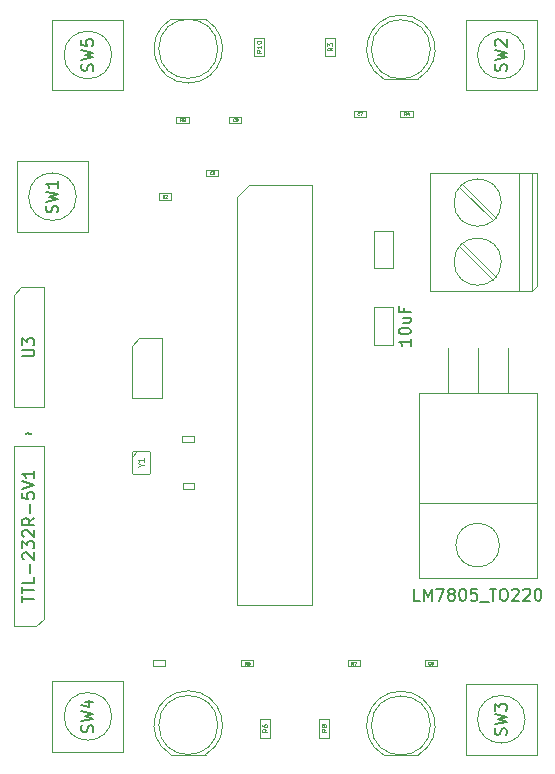
<source format=gbr>
G04 #@! TF.GenerationSoftware,KiCad,Pcbnew,8.0.0*
G04 #@! TF.CreationDate,2024-04-02T15:54:02-06:00*
G04 #@! TF.ProjectId,SimonSaysPCBDesign,53696d6f-6e53-4617-9973-504342446573,1.0*
G04 #@! TF.SameCoordinates,Original*
G04 #@! TF.FileFunction,AssemblyDrawing,Top*
%FSLAX46Y46*%
G04 Gerber Fmt 4.6, Leading zero omitted, Abs format (unit mm)*
G04 Created by KiCad (PCBNEW 8.0.0) date 2024-04-02 15:54:02*
%MOMM*%
%LPD*%
G01*
G04 APERTURE LIST*
%ADD10C,0.060000*%
%ADD11C,0.040000*%
%ADD12C,0.150000*%
%ADD13C,0.075000*%
%ADD14C,0.100000*%
G04 APERTURE END LIST*
D10*
X136681927Y-70391666D02*
X136491451Y-70524999D01*
X136681927Y-70620237D02*
X136281927Y-70620237D01*
X136281927Y-70620237D02*
X136281927Y-70467856D01*
X136281927Y-70467856D02*
X136300975Y-70429761D01*
X136300975Y-70429761D02*
X136320022Y-70410714D01*
X136320022Y-70410714D02*
X136358118Y-70391666D01*
X136358118Y-70391666D02*
X136415260Y-70391666D01*
X136415260Y-70391666D02*
X136453356Y-70410714D01*
X136453356Y-70410714D02*
X136472403Y-70429761D01*
X136472403Y-70429761D02*
X136491451Y-70467856D01*
X136491451Y-70467856D02*
X136491451Y-70620237D01*
X136281927Y-70258333D02*
X136281927Y-70010714D01*
X136281927Y-70010714D02*
X136434308Y-70144047D01*
X136434308Y-70144047D02*
X136434308Y-70086904D01*
X136434308Y-70086904D02*
X136453356Y-70048809D01*
X136453356Y-70048809D02*
X136472403Y-70029761D01*
X136472403Y-70029761D02*
X136510499Y-70010714D01*
X136510499Y-70010714D02*
X136605737Y-70010714D01*
X136605737Y-70010714D02*
X136643832Y-70029761D01*
X136643832Y-70029761D02*
X136662880Y-70048809D01*
X136662880Y-70048809D02*
X136681927Y-70086904D01*
X136681927Y-70086904D02*
X136681927Y-70201190D01*
X136681927Y-70201190D02*
X136662880Y-70239285D01*
X136662880Y-70239285D02*
X136643832Y-70258333D01*
D11*
X129446667Y-122618200D02*
X129360000Y-122494391D01*
X129298095Y-122618200D02*
X129298095Y-122358200D01*
X129298095Y-122358200D02*
X129397143Y-122358200D01*
X129397143Y-122358200D02*
X129421905Y-122370581D01*
X129421905Y-122370581D02*
X129434286Y-122382962D01*
X129434286Y-122382962D02*
X129446667Y-122407724D01*
X129446667Y-122407724D02*
X129446667Y-122444867D01*
X129446667Y-122444867D02*
X129434286Y-122469629D01*
X129434286Y-122469629D02*
X129421905Y-122482010D01*
X129421905Y-122482010D02*
X129397143Y-122494391D01*
X129397143Y-122494391D02*
X129298095Y-122494391D01*
X129681905Y-122358200D02*
X129558095Y-122358200D01*
X129558095Y-122358200D02*
X129545714Y-122482010D01*
X129545714Y-122482010D02*
X129558095Y-122469629D01*
X129558095Y-122469629D02*
X129582857Y-122457248D01*
X129582857Y-122457248D02*
X129644762Y-122457248D01*
X129644762Y-122457248D02*
X129669524Y-122469629D01*
X129669524Y-122469629D02*
X129681905Y-122482010D01*
X129681905Y-122482010D02*
X129694286Y-122506772D01*
X129694286Y-122506772D02*
X129694286Y-122568677D01*
X129694286Y-122568677D02*
X129681905Y-122593439D01*
X129681905Y-122593439D02*
X129669524Y-122605820D01*
X129669524Y-122605820D02*
X129644762Y-122618200D01*
X129644762Y-122618200D02*
X129582857Y-122618200D01*
X129582857Y-122618200D02*
X129558095Y-122605820D01*
X129558095Y-122605820D02*
X129545714Y-122593439D01*
X122466667Y-83118200D02*
X122380000Y-82994391D01*
X122318095Y-83118200D02*
X122318095Y-82858200D01*
X122318095Y-82858200D02*
X122417143Y-82858200D01*
X122417143Y-82858200D02*
X122441905Y-82870581D01*
X122441905Y-82870581D02*
X122454286Y-82882962D01*
X122454286Y-82882962D02*
X122466667Y-82907724D01*
X122466667Y-82907724D02*
X122466667Y-82944867D01*
X122466667Y-82944867D02*
X122454286Y-82969629D01*
X122454286Y-82969629D02*
X122441905Y-82982010D01*
X122441905Y-82982010D02*
X122417143Y-82994391D01*
X122417143Y-82994391D02*
X122318095Y-82994391D01*
X122565714Y-82882962D02*
X122578095Y-82870581D01*
X122578095Y-82870581D02*
X122602857Y-82858200D01*
X122602857Y-82858200D02*
X122664762Y-82858200D01*
X122664762Y-82858200D02*
X122689524Y-82870581D01*
X122689524Y-82870581D02*
X122701905Y-82882962D01*
X122701905Y-82882962D02*
X122714286Y-82907724D01*
X122714286Y-82907724D02*
X122714286Y-82932486D01*
X122714286Y-82932486D02*
X122701905Y-82969629D01*
X122701905Y-82969629D02*
X122553333Y-83118200D01*
X122553333Y-83118200D02*
X122714286Y-83118200D01*
X142946667Y-76118200D02*
X142860000Y-75994391D01*
X142798095Y-76118200D02*
X142798095Y-75858200D01*
X142798095Y-75858200D02*
X142897143Y-75858200D01*
X142897143Y-75858200D02*
X142921905Y-75870581D01*
X142921905Y-75870581D02*
X142934286Y-75882962D01*
X142934286Y-75882962D02*
X142946667Y-75907724D01*
X142946667Y-75907724D02*
X142946667Y-75944867D01*
X142946667Y-75944867D02*
X142934286Y-75969629D01*
X142934286Y-75969629D02*
X142921905Y-75982010D01*
X142921905Y-75982010D02*
X142897143Y-75994391D01*
X142897143Y-75994391D02*
X142798095Y-75994391D01*
X143169524Y-75944867D02*
X143169524Y-76118200D01*
X143107619Y-75845820D02*
X143045714Y-76031534D01*
X143045714Y-76031534D02*
X143206667Y-76031534D01*
X138466667Y-122618200D02*
X138380000Y-122494391D01*
X138318095Y-122618200D02*
X138318095Y-122358200D01*
X138318095Y-122358200D02*
X138417143Y-122358200D01*
X138417143Y-122358200D02*
X138441905Y-122370581D01*
X138441905Y-122370581D02*
X138454286Y-122382962D01*
X138454286Y-122382962D02*
X138466667Y-122407724D01*
X138466667Y-122407724D02*
X138466667Y-122444867D01*
X138466667Y-122444867D02*
X138454286Y-122469629D01*
X138454286Y-122469629D02*
X138441905Y-122482010D01*
X138441905Y-122482010D02*
X138417143Y-122494391D01*
X138417143Y-122494391D02*
X138318095Y-122494391D01*
X138553333Y-122358200D02*
X138726667Y-122358200D01*
X138726667Y-122358200D02*
X138615238Y-122618200D01*
D12*
X116407200Y-72333332D02*
X116454819Y-72190475D01*
X116454819Y-72190475D02*
X116454819Y-71952380D01*
X116454819Y-71952380D02*
X116407200Y-71857142D01*
X116407200Y-71857142D02*
X116359580Y-71809523D01*
X116359580Y-71809523D02*
X116264342Y-71761904D01*
X116264342Y-71761904D02*
X116169104Y-71761904D01*
X116169104Y-71761904D02*
X116073866Y-71809523D01*
X116073866Y-71809523D02*
X116026247Y-71857142D01*
X116026247Y-71857142D02*
X115978628Y-71952380D01*
X115978628Y-71952380D02*
X115931009Y-72142856D01*
X115931009Y-72142856D02*
X115883390Y-72238094D01*
X115883390Y-72238094D02*
X115835771Y-72285713D01*
X115835771Y-72285713D02*
X115740533Y-72333332D01*
X115740533Y-72333332D02*
X115645295Y-72333332D01*
X115645295Y-72333332D02*
X115550057Y-72285713D01*
X115550057Y-72285713D02*
X115502438Y-72238094D01*
X115502438Y-72238094D02*
X115454819Y-72142856D01*
X115454819Y-72142856D02*
X115454819Y-71904761D01*
X115454819Y-71904761D02*
X115502438Y-71761904D01*
X115454819Y-71428570D02*
X116454819Y-71190475D01*
X116454819Y-71190475D02*
X115740533Y-70999999D01*
X115740533Y-70999999D02*
X116454819Y-70809523D01*
X116454819Y-70809523D02*
X115454819Y-70571428D01*
X115454819Y-69714285D02*
X115454819Y-70190475D01*
X115454819Y-70190475D02*
X115931009Y-70238094D01*
X115931009Y-70238094D02*
X115883390Y-70190475D01*
X115883390Y-70190475D02*
X115835771Y-70095237D01*
X115835771Y-70095237D02*
X115835771Y-69857142D01*
X115835771Y-69857142D02*
X115883390Y-69761904D01*
X115883390Y-69761904D02*
X115931009Y-69714285D01*
X115931009Y-69714285D02*
X116026247Y-69666666D01*
X116026247Y-69666666D02*
X116264342Y-69666666D01*
X116264342Y-69666666D02*
X116359580Y-69714285D01*
X116359580Y-69714285D02*
X116407200Y-69761904D01*
X116407200Y-69761904D02*
X116454819Y-69857142D01*
X116454819Y-69857142D02*
X116454819Y-70095237D01*
X116454819Y-70095237D02*
X116407200Y-70190475D01*
X116407200Y-70190475D02*
X116359580Y-70238094D01*
D11*
X138978333Y-76089765D02*
X138966429Y-76101670D01*
X138966429Y-76101670D02*
X138930714Y-76113574D01*
X138930714Y-76113574D02*
X138906905Y-76113574D01*
X138906905Y-76113574D02*
X138871191Y-76101670D01*
X138871191Y-76101670D02*
X138847381Y-76077860D01*
X138847381Y-76077860D02*
X138835476Y-76054050D01*
X138835476Y-76054050D02*
X138823572Y-76006431D01*
X138823572Y-76006431D02*
X138823572Y-75970717D01*
X138823572Y-75970717D02*
X138835476Y-75923098D01*
X138835476Y-75923098D02*
X138847381Y-75899289D01*
X138847381Y-75899289D02*
X138871191Y-75875479D01*
X138871191Y-75875479D02*
X138906905Y-75863574D01*
X138906905Y-75863574D02*
X138930714Y-75863574D01*
X138930714Y-75863574D02*
X138966429Y-75875479D01*
X138966429Y-75875479D02*
X138978333Y-75887384D01*
X139061667Y-75863574D02*
X139228333Y-75863574D01*
X139228333Y-75863574D02*
X139121191Y-76113574D01*
X126458333Y-81089765D02*
X126446429Y-81101670D01*
X126446429Y-81101670D02*
X126410714Y-81113574D01*
X126410714Y-81113574D02*
X126386905Y-81113574D01*
X126386905Y-81113574D02*
X126351191Y-81101670D01*
X126351191Y-81101670D02*
X126327381Y-81077860D01*
X126327381Y-81077860D02*
X126315476Y-81054050D01*
X126315476Y-81054050D02*
X126303572Y-81006431D01*
X126303572Y-81006431D02*
X126303572Y-80970717D01*
X126303572Y-80970717D02*
X126315476Y-80923098D01*
X126315476Y-80923098D02*
X126327381Y-80899289D01*
X126327381Y-80899289D02*
X126351191Y-80875479D01*
X126351191Y-80875479D02*
X126386905Y-80863574D01*
X126386905Y-80863574D02*
X126410714Y-80863574D01*
X126410714Y-80863574D02*
X126446429Y-80875479D01*
X126446429Y-80875479D02*
X126458333Y-80887384D01*
X126541667Y-80863574D02*
X126696429Y-80863574D01*
X126696429Y-80863574D02*
X126613095Y-80958812D01*
X126613095Y-80958812D02*
X126648810Y-80958812D01*
X126648810Y-80958812D02*
X126672619Y-80970717D01*
X126672619Y-80970717D02*
X126684524Y-80982622D01*
X126684524Y-80982622D02*
X126696429Y-81006431D01*
X126696429Y-81006431D02*
X126696429Y-81065955D01*
X126696429Y-81065955D02*
X126684524Y-81089765D01*
X126684524Y-81089765D02*
X126672619Y-81101670D01*
X126672619Y-81101670D02*
X126648810Y-81113574D01*
X126648810Y-81113574D02*
X126577381Y-81113574D01*
X126577381Y-81113574D02*
X126553572Y-81101670D01*
X126553572Y-81101670D02*
X126541667Y-81089765D01*
D12*
X143329819Y-95046428D02*
X143329819Y-95617856D01*
X143329819Y-95332142D02*
X142329819Y-95332142D01*
X142329819Y-95332142D02*
X142472676Y-95427380D01*
X142472676Y-95427380D02*
X142567914Y-95522618D01*
X142567914Y-95522618D02*
X142615533Y-95617856D01*
X142329819Y-94427380D02*
X142329819Y-94332142D01*
X142329819Y-94332142D02*
X142377438Y-94236904D01*
X142377438Y-94236904D02*
X142425057Y-94189285D01*
X142425057Y-94189285D02*
X142520295Y-94141666D01*
X142520295Y-94141666D02*
X142710771Y-94094047D01*
X142710771Y-94094047D02*
X142948866Y-94094047D01*
X142948866Y-94094047D02*
X143139342Y-94141666D01*
X143139342Y-94141666D02*
X143234580Y-94189285D01*
X143234580Y-94189285D02*
X143282200Y-94236904D01*
X143282200Y-94236904D02*
X143329819Y-94332142D01*
X143329819Y-94332142D02*
X143329819Y-94427380D01*
X143329819Y-94427380D02*
X143282200Y-94522618D01*
X143282200Y-94522618D02*
X143234580Y-94570237D01*
X143234580Y-94570237D02*
X143139342Y-94617856D01*
X143139342Y-94617856D02*
X142948866Y-94665475D01*
X142948866Y-94665475D02*
X142710771Y-94665475D01*
X142710771Y-94665475D02*
X142520295Y-94617856D01*
X142520295Y-94617856D02*
X142425057Y-94570237D01*
X142425057Y-94570237D02*
X142377438Y-94522618D01*
X142377438Y-94522618D02*
X142329819Y-94427380D01*
X142663152Y-93236904D02*
X143329819Y-93236904D01*
X142663152Y-93665475D02*
X143186961Y-93665475D01*
X143186961Y-93665475D02*
X143282200Y-93617856D01*
X143282200Y-93617856D02*
X143329819Y-93522618D01*
X143329819Y-93522618D02*
X143329819Y-93379761D01*
X143329819Y-93379761D02*
X143282200Y-93284523D01*
X143282200Y-93284523D02*
X143234580Y-93236904D01*
X142806009Y-92427380D02*
X142806009Y-92760713D01*
X143329819Y-92760713D02*
X142329819Y-92760713D01*
X142329819Y-92760713D02*
X142329819Y-92284523D01*
D11*
X128438333Y-76589765D02*
X128426429Y-76601670D01*
X128426429Y-76601670D02*
X128390714Y-76613574D01*
X128390714Y-76613574D02*
X128366905Y-76613574D01*
X128366905Y-76613574D02*
X128331191Y-76601670D01*
X128331191Y-76601670D02*
X128307381Y-76577860D01*
X128307381Y-76577860D02*
X128295476Y-76554050D01*
X128295476Y-76554050D02*
X128283572Y-76506431D01*
X128283572Y-76506431D02*
X128283572Y-76470717D01*
X128283572Y-76470717D02*
X128295476Y-76423098D01*
X128295476Y-76423098D02*
X128307381Y-76399289D01*
X128307381Y-76399289D02*
X128331191Y-76375479D01*
X128331191Y-76375479D02*
X128366905Y-76363574D01*
X128366905Y-76363574D02*
X128390714Y-76363574D01*
X128390714Y-76363574D02*
X128426429Y-76375479D01*
X128426429Y-76375479D02*
X128438333Y-76387384D01*
X128557381Y-76613574D02*
X128605000Y-76613574D01*
X128605000Y-76613574D02*
X128628810Y-76601670D01*
X128628810Y-76601670D02*
X128640714Y-76589765D01*
X128640714Y-76589765D02*
X128664524Y-76554050D01*
X128664524Y-76554050D02*
X128676429Y-76506431D01*
X128676429Y-76506431D02*
X128676429Y-76411193D01*
X128676429Y-76411193D02*
X128664524Y-76387384D01*
X128664524Y-76387384D02*
X128652619Y-76375479D01*
X128652619Y-76375479D02*
X128628810Y-76363574D01*
X128628810Y-76363574D02*
X128581191Y-76363574D01*
X128581191Y-76363574D02*
X128557381Y-76375479D01*
X128557381Y-76375479D02*
X128545476Y-76387384D01*
X128545476Y-76387384D02*
X128533572Y-76411193D01*
X128533572Y-76411193D02*
X128533572Y-76470717D01*
X128533572Y-76470717D02*
X128545476Y-76494527D01*
X128545476Y-76494527D02*
X128557381Y-76506431D01*
X128557381Y-76506431D02*
X128581191Y-76518336D01*
X128581191Y-76518336D02*
X128628810Y-76518336D01*
X128628810Y-76518336D02*
X128652619Y-76506431D01*
X128652619Y-76506431D02*
X128664524Y-76494527D01*
X128664524Y-76494527D02*
X128676429Y-76470717D01*
D12*
X110738095Y-103123866D02*
X110785714Y-103076247D01*
X110785714Y-103076247D02*
X110880952Y-103028628D01*
X110880952Y-103028628D02*
X111071428Y-103123866D01*
X111071428Y-103123866D02*
X111166666Y-103076247D01*
X111166666Y-103076247D02*
X111214285Y-103028628D01*
X110454819Y-117349047D02*
X110454819Y-116777619D01*
X111454819Y-117063333D02*
X110454819Y-117063333D01*
X110454819Y-116587142D02*
X110454819Y-116015714D01*
X111454819Y-116301428D02*
X110454819Y-116301428D01*
X111454819Y-115206190D02*
X111454819Y-115682380D01*
X111454819Y-115682380D02*
X110454819Y-115682380D01*
X111073866Y-114872856D02*
X111073866Y-114110952D01*
X110550057Y-113682380D02*
X110502438Y-113634761D01*
X110502438Y-113634761D02*
X110454819Y-113539523D01*
X110454819Y-113539523D02*
X110454819Y-113301428D01*
X110454819Y-113301428D02*
X110502438Y-113206190D01*
X110502438Y-113206190D02*
X110550057Y-113158571D01*
X110550057Y-113158571D02*
X110645295Y-113110952D01*
X110645295Y-113110952D02*
X110740533Y-113110952D01*
X110740533Y-113110952D02*
X110883390Y-113158571D01*
X110883390Y-113158571D02*
X111454819Y-113729999D01*
X111454819Y-113729999D02*
X111454819Y-113110952D01*
X110454819Y-112777618D02*
X110454819Y-112158571D01*
X110454819Y-112158571D02*
X110835771Y-112491904D01*
X110835771Y-112491904D02*
X110835771Y-112349047D01*
X110835771Y-112349047D02*
X110883390Y-112253809D01*
X110883390Y-112253809D02*
X110931009Y-112206190D01*
X110931009Y-112206190D02*
X111026247Y-112158571D01*
X111026247Y-112158571D02*
X111264342Y-112158571D01*
X111264342Y-112158571D02*
X111359580Y-112206190D01*
X111359580Y-112206190D02*
X111407200Y-112253809D01*
X111407200Y-112253809D02*
X111454819Y-112349047D01*
X111454819Y-112349047D02*
X111454819Y-112634761D01*
X111454819Y-112634761D02*
X111407200Y-112729999D01*
X111407200Y-112729999D02*
X111359580Y-112777618D01*
X110550057Y-111777618D02*
X110502438Y-111729999D01*
X110502438Y-111729999D02*
X110454819Y-111634761D01*
X110454819Y-111634761D02*
X110454819Y-111396666D01*
X110454819Y-111396666D02*
X110502438Y-111301428D01*
X110502438Y-111301428D02*
X110550057Y-111253809D01*
X110550057Y-111253809D02*
X110645295Y-111206190D01*
X110645295Y-111206190D02*
X110740533Y-111206190D01*
X110740533Y-111206190D02*
X110883390Y-111253809D01*
X110883390Y-111253809D02*
X111454819Y-111825237D01*
X111454819Y-111825237D02*
X111454819Y-111206190D01*
X111454819Y-110206190D02*
X110978628Y-110539523D01*
X111454819Y-110777618D02*
X110454819Y-110777618D01*
X110454819Y-110777618D02*
X110454819Y-110396666D01*
X110454819Y-110396666D02*
X110502438Y-110301428D01*
X110502438Y-110301428D02*
X110550057Y-110253809D01*
X110550057Y-110253809D02*
X110645295Y-110206190D01*
X110645295Y-110206190D02*
X110788152Y-110206190D01*
X110788152Y-110206190D02*
X110883390Y-110253809D01*
X110883390Y-110253809D02*
X110931009Y-110301428D01*
X110931009Y-110301428D02*
X110978628Y-110396666D01*
X110978628Y-110396666D02*
X110978628Y-110777618D01*
X111073866Y-109777618D02*
X111073866Y-109015714D01*
X110454819Y-108063333D02*
X110454819Y-108539523D01*
X110454819Y-108539523D02*
X110931009Y-108587142D01*
X110931009Y-108587142D02*
X110883390Y-108539523D01*
X110883390Y-108539523D02*
X110835771Y-108444285D01*
X110835771Y-108444285D02*
X110835771Y-108206190D01*
X110835771Y-108206190D02*
X110883390Y-108110952D01*
X110883390Y-108110952D02*
X110931009Y-108063333D01*
X110931009Y-108063333D02*
X111026247Y-108015714D01*
X111026247Y-108015714D02*
X111264342Y-108015714D01*
X111264342Y-108015714D02*
X111359580Y-108063333D01*
X111359580Y-108063333D02*
X111407200Y-108110952D01*
X111407200Y-108110952D02*
X111454819Y-108206190D01*
X111454819Y-108206190D02*
X111454819Y-108444285D01*
X111454819Y-108444285D02*
X111407200Y-108539523D01*
X111407200Y-108539523D02*
X111359580Y-108587142D01*
X110454819Y-107729999D02*
X111454819Y-107396666D01*
X111454819Y-107396666D02*
X110454819Y-107063333D01*
X111454819Y-106206190D02*
X111454819Y-106777618D01*
X111454819Y-106491904D02*
X110454819Y-106491904D01*
X110454819Y-106491904D02*
X110597676Y-106587142D01*
X110597676Y-106587142D02*
X110692914Y-106682380D01*
X110692914Y-106682380D02*
X110740533Y-106777618D01*
X110454819Y-96531904D02*
X111264342Y-96531904D01*
X111264342Y-96531904D02*
X111359580Y-96484285D01*
X111359580Y-96484285D02*
X111407200Y-96436666D01*
X111407200Y-96436666D02*
X111454819Y-96341428D01*
X111454819Y-96341428D02*
X111454819Y-96150952D01*
X111454819Y-96150952D02*
X111407200Y-96055714D01*
X111407200Y-96055714D02*
X111359580Y-96008095D01*
X111359580Y-96008095D02*
X111264342Y-95960476D01*
X111264342Y-95960476D02*
X110454819Y-95960476D01*
X110454819Y-95579523D02*
X110454819Y-94960476D01*
X110454819Y-94960476D02*
X110835771Y-95293809D01*
X110835771Y-95293809D02*
X110835771Y-95150952D01*
X110835771Y-95150952D02*
X110883390Y-95055714D01*
X110883390Y-95055714D02*
X110931009Y-95008095D01*
X110931009Y-95008095D02*
X111026247Y-94960476D01*
X111026247Y-94960476D02*
X111264342Y-94960476D01*
X111264342Y-94960476D02*
X111359580Y-95008095D01*
X111359580Y-95008095D02*
X111407200Y-95055714D01*
X111407200Y-95055714D02*
X111454819Y-95150952D01*
X111454819Y-95150952D02*
X111454819Y-95436666D01*
X111454819Y-95436666D02*
X111407200Y-95531904D01*
X111407200Y-95531904D02*
X111359580Y-95579523D01*
X144119047Y-117204819D02*
X143642857Y-117204819D01*
X143642857Y-117204819D02*
X143642857Y-116204819D01*
X144452381Y-117204819D02*
X144452381Y-116204819D01*
X144452381Y-116204819D02*
X144785714Y-116919104D01*
X144785714Y-116919104D02*
X145119047Y-116204819D01*
X145119047Y-116204819D02*
X145119047Y-117204819D01*
X145500000Y-116204819D02*
X146166666Y-116204819D01*
X146166666Y-116204819D02*
X145738095Y-117204819D01*
X146690476Y-116633390D02*
X146595238Y-116585771D01*
X146595238Y-116585771D02*
X146547619Y-116538152D01*
X146547619Y-116538152D02*
X146500000Y-116442914D01*
X146500000Y-116442914D02*
X146500000Y-116395295D01*
X146500000Y-116395295D02*
X146547619Y-116300057D01*
X146547619Y-116300057D02*
X146595238Y-116252438D01*
X146595238Y-116252438D02*
X146690476Y-116204819D01*
X146690476Y-116204819D02*
X146880952Y-116204819D01*
X146880952Y-116204819D02*
X146976190Y-116252438D01*
X146976190Y-116252438D02*
X147023809Y-116300057D01*
X147023809Y-116300057D02*
X147071428Y-116395295D01*
X147071428Y-116395295D02*
X147071428Y-116442914D01*
X147071428Y-116442914D02*
X147023809Y-116538152D01*
X147023809Y-116538152D02*
X146976190Y-116585771D01*
X146976190Y-116585771D02*
X146880952Y-116633390D01*
X146880952Y-116633390D02*
X146690476Y-116633390D01*
X146690476Y-116633390D02*
X146595238Y-116681009D01*
X146595238Y-116681009D02*
X146547619Y-116728628D01*
X146547619Y-116728628D02*
X146500000Y-116823866D01*
X146500000Y-116823866D02*
X146500000Y-117014342D01*
X146500000Y-117014342D02*
X146547619Y-117109580D01*
X146547619Y-117109580D02*
X146595238Y-117157200D01*
X146595238Y-117157200D02*
X146690476Y-117204819D01*
X146690476Y-117204819D02*
X146880952Y-117204819D01*
X146880952Y-117204819D02*
X146976190Y-117157200D01*
X146976190Y-117157200D02*
X147023809Y-117109580D01*
X147023809Y-117109580D02*
X147071428Y-117014342D01*
X147071428Y-117014342D02*
X147071428Y-116823866D01*
X147071428Y-116823866D02*
X147023809Y-116728628D01*
X147023809Y-116728628D02*
X146976190Y-116681009D01*
X146976190Y-116681009D02*
X146880952Y-116633390D01*
X147690476Y-116204819D02*
X147785714Y-116204819D01*
X147785714Y-116204819D02*
X147880952Y-116252438D01*
X147880952Y-116252438D02*
X147928571Y-116300057D01*
X147928571Y-116300057D02*
X147976190Y-116395295D01*
X147976190Y-116395295D02*
X148023809Y-116585771D01*
X148023809Y-116585771D02*
X148023809Y-116823866D01*
X148023809Y-116823866D02*
X147976190Y-117014342D01*
X147976190Y-117014342D02*
X147928571Y-117109580D01*
X147928571Y-117109580D02*
X147880952Y-117157200D01*
X147880952Y-117157200D02*
X147785714Y-117204819D01*
X147785714Y-117204819D02*
X147690476Y-117204819D01*
X147690476Y-117204819D02*
X147595238Y-117157200D01*
X147595238Y-117157200D02*
X147547619Y-117109580D01*
X147547619Y-117109580D02*
X147500000Y-117014342D01*
X147500000Y-117014342D02*
X147452381Y-116823866D01*
X147452381Y-116823866D02*
X147452381Y-116585771D01*
X147452381Y-116585771D02*
X147500000Y-116395295D01*
X147500000Y-116395295D02*
X147547619Y-116300057D01*
X147547619Y-116300057D02*
X147595238Y-116252438D01*
X147595238Y-116252438D02*
X147690476Y-116204819D01*
X148928571Y-116204819D02*
X148452381Y-116204819D01*
X148452381Y-116204819D02*
X148404762Y-116681009D01*
X148404762Y-116681009D02*
X148452381Y-116633390D01*
X148452381Y-116633390D02*
X148547619Y-116585771D01*
X148547619Y-116585771D02*
X148785714Y-116585771D01*
X148785714Y-116585771D02*
X148880952Y-116633390D01*
X148880952Y-116633390D02*
X148928571Y-116681009D01*
X148928571Y-116681009D02*
X148976190Y-116776247D01*
X148976190Y-116776247D02*
X148976190Y-117014342D01*
X148976190Y-117014342D02*
X148928571Y-117109580D01*
X148928571Y-117109580D02*
X148880952Y-117157200D01*
X148880952Y-117157200D02*
X148785714Y-117204819D01*
X148785714Y-117204819D02*
X148547619Y-117204819D01*
X148547619Y-117204819D02*
X148452381Y-117157200D01*
X148452381Y-117157200D02*
X148404762Y-117109580D01*
X149166667Y-117300057D02*
X149928571Y-117300057D01*
X150023810Y-116204819D02*
X150595238Y-116204819D01*
X150309524Y-117204819D02*
X150309524Y-116204819D01*
X151119048Y-116204819D02*
X151309524Y-116204819D01*
X151309524Y-116204819D02*
X151404762Y-116252438D01*
X151404762Y-116252438D02*
X151500000Y-116347676D01*
X151500000Y-116347676D02*
X151547619Y-116538152D01*
X151547619Y-116538152D02*
X151547619Y-116871485D01*
X151547619Y-116871485D02*
X151500000Y-117061961D01*
X151500000Y-117061961D02*
X151404762Y-117157200D01*
X151404762Y-117157200D02*
X151309524Y-117204819D01*
X151309524Y-117204819D02*
X151119048Y-117204819D01*
X151119048Y-117204819D02*
X151023810Y-117157200D01*
X151023810Y-117157200D02*
X150928572Y-117061961D01*
X150928572Y-117061961D02*
X150880953Y-116871485D01*
X150880953Y-116871485D02*
X150880953Y-116538152D01*
X150880953Y-116538152D02*
X150928572Y-116347676D01*
X150928572Y-116347676D02*
X151023810Y-116252438D01*
X151023810Y-116252438D02*
X151119048Y-116204819D01*
X151928572Y-116300057D02*
X151976191Y-116252438D01*
X151976191Y-116252438D02*
X152071429Y-116204819D01*
X152071429Y-116204819D02*
X152309524Y-116204819D01*
X152309524Y-116204819D02*
X152404762Y-116252438D01*
X152404762Y-116252438D02*
X152452381Y-116300057D01*
X152452381Y-116300057D02*
X152500000Y-116395295D01*
X152500000Y-116395295D02*
X152500000Y-116490533D01*
X152500000Y-116490533D02*
X152452381Y-116633390D01*
X152452381Y-116633390D02*
X151880953Y-117204819D01*
X151880953Y-117204819D02*
X152500000Y-117204819D01*
X152880953Y-116300057D02*
X152928572Y-116252438D01*
X152928572Y-116252438D02*
X153023810Y-116204819D01*
X153023810Y-116204819D02*
X153261905Y-116204819D01*
X153261905Y-116204819D02*
X153357143Y-116252438D01*
X153357143Y-116252438D02*
X153404762Y-116300057D01*
X153404762Y-116300057D02*
X153452381Y-116395295D01*
X153452381Y-116395295D02*
X153452381Y-116490533D01*
X153452381Y-116490533D02*
X153404762Y-116633390D01*
X153404762Y-116633390D02*
X152833334Y-117204819D01*
X152833334Y-117204819D02*
X153452381Y-117204819D01*
X154071429Y-116204819D02*
X154166667Y-116204819D01*
X154166667Y-116204819D02*
X154261905Y-116252438D01*
X154261905Y-116252438D02*
X154309524Y-116300057D01*
X154309524Y-116300057D02*
X154357143Y-116395295D01*
X154357143Y-116395295D02*
X154404762Y-116585771D01*
X154404762Y-116585771D02*
X154404762Y-116823866D01*
X154404762Y-116823866D02*
X154357143Y-117014342D01*
X154357143Y-117014342D02*
X154309524Y-117109580D01*
X154309524Y-117109580D02*
X154261905Y-117157200D01*
X154261905Y-117157200D02*
X154166667Y-117204819D01*
X154166667Y-117204819D02*
X154071429Y-117204819D01*
X154071429Y-117204819D02*
X153976191Y-117157200D01*
X153976191Y-117157200D02*
X153928572Y-117109580D01*
X153928572Y-117109580D02*
X153880953Y-117014342D01*
X153880953Y-117014342D02*
X153833334Y-116823866D01*
X153833334Y-116823866D02*
X153833334Y-116585771D01*
X153833334Y-116585771D02*
X153880953Y-116395295D01*
X153880953Y-116395295D02*
X153928572Y-116300057D01*
X153928572Y-116300057D02*
X153976191Y-116252438D01*
X153976191Y-116252438D02*
X154071429Y-116204819D01*
D13*
X120489314Y-105738094D02*
X120727409Y-105738094D01*
X120227409Y-105904760D02*
X120489314Y-105738094D01*
X120489314Y-105738094D02*
X120227409Y-105571427D01*
X120727409Y-105142856D02*
X120727409Y-105428570D01*
X120727409Y-105285713D02*
X120227409Y-105285713D01*
X120227409Y-105285713D02*
X120298838Y-105333332D01*
X120298838Y-105333332D02*
X120346457Y-105380951D01*
X120346457Y-105380951D02*
X120370266Y-105428570D01*
D10*
X136181927Y-128066666D02*
X135991451Y-128199999D01*
X136181927Y-128295237D02*
X135781927Y-128295237D01*
X135781927Y-128295237D02*
X135781927Y-128142856D01*
X135781927Y-128142856D02*
X135800975Y-128104761D01*
X135800975Y-128104761D02*
X135820022Y-128085714D01*
X135820022Y-128085714D02*
X135858118Y-128066666D01*
X135858118Y-128066666D02*
X135915260Y-128066666D01*
X135915260Y-128066666D02*
X135953356Y-128085714D01*
X135953356Y-128085714D02*
X135972403Y-128104761D01*
X135972403Y-128104761D02*
X135991451Y-128142856D01*
X135991451Y-128142856D02*
X135991451Y-128295237D01*
X135953356Y-127838095D02*
X135934308Y-127876190D01*
X135934308Y-127876190D02*
X135915260Y-127895237D01*
X135915260Y-127895237D02*
X135877165Y-127914285D01*
X135877165Y-127914285D02*
X135858118Y-127914285D01*
X135858118Y-127914285D02*
X135820022Y-127895237D01*
X135820022Y-127895237D02*
X135800975Y-127876190D01*
X135800975Y-127876190D02*
X135781927Y-127838095D01*
X135781927Y-127838095D02*
X135781927Y-127761904D01*
X135781927Y-127761904D02*
X135800975Y-127723809D01*
X135800975Y-127723809D02*
X135820022Y-127704761D01*
X135820022Y-127704761D02*
X135858118Y-127685714D01*
X135858118Y-127685714D02*
X135877165Y-127685714D01*
X135877165Y-127685714D02*
X135915260Y-127704761D01*
X135915260Y-127704761D02*
X135934308Y-127723809D01*
X135934308Y-127723809D02*
X135953356Y-127761904D01*
X135953356Y-127761904D02*
X135953356Y-127838095D01*
X135953356Y-127838095D02*
X135972403Y-127876190D01*
X135972403Y-127876190D02*
X135991451Y-127895237D01*
X135991451Y-127895237D02*
X136029546Y-127914285D01*
X136029546Y-127914285D02*
X136105737Y-127914285D01*
X136105737Y-127914285D02*
X136143832Y-127895237D01*
X136143832Y-127895237D02*
X136162880Y-127876190D01*
X136162880Y-127876190D02*
X136181927Y-127838095D01*
X136181927Y-127838095D02*
X136181927Y-127761904D01*
X136181927Y-127761904D02*
X136162880Y-127723809D01*
X136162880Y-127723809D02*
X136143832Y-127704761D01*
X136143832Y-127704761D02*
X136105737Y-127685714D01*
X136105737Y-127685714D02*
X136029546Y-127685714D01*
X136029546Y-127685714D02*
X135991451Y-127704761D01*
X135991451Y-127704761D02*
X135972403Y-127723809D01*
X135972403Y-127723809D02*
X135953356Y-127761904D01*
D11*
X123966667Y-76618200D02*
X123880000Y-76494391D01*
X123818095Y-76618200D02*
X123818095Y-76358200D01*
X123818095Y-76358200D02*
X123917143Y-76358200D01*
X123917143Y-76358200D02*
X123941905Y-76370581D01*
X123941905Y-76370581D02*
X123954286Y-76382962D01*
X123954286Y-76382962D02*
X123966667Y-76407724D01*
X123966667Y-76407724D02*
X123966667Y-76444867D01*
X123966667Y-76444867D02*
X123954286Y-76469629D01*
X123954286Y-76469629D02*
X123941905Y-76482010D01*
X123941905Y-76482010D02*
X123917143Y-76494391D01*
X123917143Y-76494391D02*
X123818095Y-76494391D01*
X124090476Y-76618200D02*
X124140000Y-76618200D01*
X124140000Y-76618200D02*
X124164762Y-76605820D01*
X124164762Y-76605820D02*
X124177143Y-76593439D01*
X124177143Y-76593439D02*
X124201905Y-76556296D01*
X124201905Y-76556296D02*
X124214286Y-76506772D01*
X124214286Y-76506772D02*
X124214286Y-76407724D01*
X124214286Y-76407724D02*
X124201905Y-76382962D01*
X124201905Y-76382962D02*
X124189524Y-76370581D01*
X124189524Y-76370581D02*
X124164762Y-76358200D01*
X124164762Y-76358200D02*
X124115238Y-76358200D01*
X124115238Y-76358200D02*
X124090476Y-76370581D01*
X124090476Y-76370581D02*
X124078095Y-76382962D01*
X124078095Y-76382962D02*
X124065714Y-76407724D01*
X124065714Y-76407724D02*
X124065714Y-76469629D01*
X124065714Y-76469629D02*
X124078095Y-76494391D01*
X124078095Y-76494391D02*
X124090476Y-76506772D01*
X124090476Y-76506772D02*
X124115238Y-76519153D01*
X124115238Y-76519153D02*
X124164762Y-76519153D01*
X124164762Y-76519153D02*
X124189524Y-76506772D01*
X124189524Y-76506772D02*
X124201905Y-76494391D01*
X124201905Y-76494391D02*
X124214286Y-76469629D01*
D12*
X151407200Y-72333332D02*
X151454819Y-72190475D01*
X151454819Y-72190475D02*
X151454819Y-71952380D01*
X151454819Y-71952380D02*
X151407200Y-71857142D01*
X151407200Y-71857142D02*
X151359580Y-71809523D01*
X151359580Y-71809523D02*
X151264342Y-71761904D01*
X151264342Y-71761904D02*
X151169104Y-71761904D01*
X151169104Y-71761904D02*
X151073866Y-71809523D01*
X151073866Y-71809523D02*
X151026247Y-71857142D01*
X151026247Y-71857142D02*
X150978628Y-71952380D01*
X150978628Y-71952380D02*
X150931009Y-72142856D01*
X150931009Y-72142856D02*
X150883390Y-72238094D01*
X150883390Y-72238094D02*
X150835771Y-72285713D01*
X150835771Y-72285713D02*
X150740533Y-72333332D01*
X150740533Y-72333332D02*
X150645295Y-72333332D01*
X150645295Y-72333332D02*
X150550057Y-72285713D01*
X150550057Y-72285713D02*
X150502438Y-72238094D01*
X150502438Y-72238094D02*
X150454819Y-72142856D01*
X150454819Y-72142856D02*
X150454819Y-71904761D01*
X150454819Y-71904761D02*
X150502438Y-71761904D01*
X150454819Y-71428570D02*
X151454819Y-71190475D01*
X151454819Y-71190475D02*
X150740533Y-70999999D01*
X150740533Y-70999999D02*
X151454819Y-70809523D01*
X151454819Y-70809523D02*
X150454819Y-70571428D01*
X150550057Y-70238094D02*
X150502438Y-70190475D01*
X150502438Y-70190475D02*
X150454819Y-70095237D01*
X150454819Y-70095237D02*
X150454819Y-69857142D01*
X150454819Y-69857142D02*
X150502438Y-69761904D01*
X150502438Y-69761904D02*
X150550057Y-69714285D01*
X150550057Y-69714285D02*
X150645295Y-69666666D01*
X150645295Y-69666666D02*
X150740533Y-69666666D01*
X150740533Y-69666666D02*
X150883390Y-69714285D01*
X150883390Y-69714285D02*
X151454819Y-70285713D01*
X151454819Y-70285713D02*
X151454819Y-69666666D01*
X113407200Y-84333332D02*
X113454819Y-84190475D01*
X113454819Y-84190475D02*
X113454819Y-83952380D01*
X113454819Y-83952380D02*
X113407200Y-83857142D01*
X113407200Y-83857142D02*
X113359580Y-83809523D01*
X113359580Y-83809523D02*
X113264342Y-83761904D01*
X113264342Y-83761904D02*
X113169104Y-83761904D01*
X113169104Y-83761904D02*
X113073866Y-83809523D01*
X113073866Y-83809523D02*
X113026247Y-83857142D01*
X113026247Y-83857142D02*
X112978628Y-83952380D01*
X112978628Y-83952380D02*
X112931009Y-84142856D01*
X112931009Y-84142856D02*
X112883390Y-84238094D01*
X112883390Y-84238094D02*
X112835771Y-84285713D01*
X112835771Y-84285713D02*
X112740533Y-84333332D01*
X112740533Y-84333332D02*
X112645295Y-84333332D01*
X112645295Y-84333332D02*
X112550057Y-84285713D01*
X112550057Y-84285713D02*
X112502438Y-84238094D01*
X112502438Y-84238094D02*
X112454819Y-84142856D01*
X112454819Y-84142856D02*
X112454819Y-83904761D01*
X112454819Y-83904761D02*
X112502438Y-83761904D01*
X112454819Y-83428570D02*
X113454819Y-83190475D01*
X113454819Y-83190475D02*
X112740533Y-82999999D01*
X112740533Y-82999999D02*
X113454819Y-82809523D01*
X113454819Y-82809523D02*
X112454819Y-82571428D01*
X113454819Y-81666666D02*
X113454819Y-82238094D01*
X113454819Y-81952380D02*
X112454819Y-81952380D01*
X112454819Y-81952380D02*
X112597676Y-82047618D01*
X112597676Y-82047618D02*
X112692914Y-82142856D01*
X112692914Y-82142856D02*
X112740533Y-82238094D01*
D10*
X130681927Y-70582142D02*
X130491451Y-70715475D01*
X130681927Y-70810713D02*
X130281927Y-70810713D01*
X130281927Y-70810713D02*
X130281927Y-70658332D01*
X130281927Y-70658332D02*
X130300975Y-70620237D01*
X130300975Y-70620237D02*
X130320022Y-70601190D01*
X130320022Y-70601190D02*
X130358118Y-70582142D01*
X130358118Y-70582142D02*
X130415260Y-70582142D01*
X130415260Y-70582142D02*
X130453356Y-70601190D01*
X130453356Y-70601190D02*
X130472403Y-70620237D01*
X130472403Y-70620237D02*
X130491451Y-70658332D01*
X130491451Y-70658332D02*
X130491451Y-70810713D01*
X130681927Y-70201190D02*
X130681927Y-70429761D01*
X130681927Y-70315475D02*
X130281927Y-70315475D01*
X130281927Y-70315475D02*
X130339070Y-70353571D01*
X130339070Y-70353571D02*
X130377165Y-70391666D01*
X130377165Y-70391666D02*
X130396213Y-70429761D01*
X130281927Y-69953571D02*
X130281927Y-69915476D01*
X130281927Y-69915476D02*
X130300975Y-69877380D01*
X130300975Y-69877380D02*
X130320022Y-69858333D01*
X130320022Y-69858333D02*
X130358118Y-69839285D01*
X130358118Y-69839285D02*
X130434308Y-69820238D01*
X130434308Y-69820238D02*
X130529546Y-69820238D01*
X130529546Y-69820238D02*
X130605737Y-69839285D01*
X130605737Y-69839285D02*
X130643832Y-69858333D01*
X130643832Y-69858333D02*
X130662880Y-69877380D01*
X130662880Y-69877380D02*
X130681927Y-69915476D01*
X130681927Y-69915476D02*
X130681927Y-69953571D01*
X130681927Y-69953571D02*
X130662880Y-69991666D01*
X130662880Y-69991666D02*
X130643832Y-70010714D01*
X130643832Y-70010714D02*
X130605737Y-70029761D01*
X130605737Y-70029761D02*
X130529546Y-70048809D01*
X130529546Y-70048809D02*
X130434308Y-70048809D01*
X130434308Y-70048809D02*
X130358118Y-70029761D01*
X130358118Y-70029761D02*
X130320022Y-70010714D01*
X130320022Y-70010714D02*
X130300975Y-69991666D01*
X130300975Y-69991666D02*
X130281927Y-69953571D01*
D12*
X151407200Y-128583332D02*
X151454819Y-128440475D01*
X151454819Y-128440475D02*
X151454819Y-128202380D01*
X151454819Y-128202380D02*
X151407200Y-128107142D01*
X151407200Y-128107142D02*
X151359580Y-128059523D01*
X151359580Y-128059523D02*
X151264342Y-128011904D01*
X151264342Y-128011904D02*
X151169104Y-128011904D01*
X151169104Y-128011904D02*
X151073866Y-128059523D01*
X151073866Y-128059523D02*
X151026247Y-128107142D01*
X151026247Y-128107142D02*
X150978628Y-128202380D01*
X150978628Y-128202380D02*
X150931009Y-128392856D01*
X150931009Y-128392856D02*
X150883390Y-128488094D01*
X150883390Y-128488094D02*
X150835771Y-128535713D01*
X150835771Y-128535713D02*
X150740533Y-128583332D01*
X150740533Y-128583332D02*
X150645295Y-128583332D01*
X150645295Y-128583332D02*
X150550057Y-128535713D01*
X150550057Y-128535713D02*
X150502438Y-128488094D01*
X150502438Y-128488094D02*
X150454819Y-128392856D01*
X150454819Y-128392856D02*
X150454819Y-128154761D01*
X150454819Y-128154761D02*
X150502438Y-128011904D01*
X150454819Y-127678570D02*
X151454819Y-127440475D01*
X151454819Y-127440475D02*
X150740533Y-127249999D01*
X150740533Y-127249999D02*
X151454819Y-127059523D01*
X151454819Y-127059523D02*
X150454819Y-126821428D01*
X150454819Y-126535713D02*
X150454819Y-125916666D01*
X150454819Y-125916666D02*
X150835771Y-126249999D01*
X150835771Y-126249999D02*
X150835771Y-126107142D01*
X150835771Y-126107142D02*
X150883390Y-126011904D01*
X150883390Y-126011904D02*
X150931009Y-125964285D01*
X150931009Y-125964285D02*
X151026247Y-125916666D01*
X151026247Y-125916666D02*
X151264342Y-125916666D01*
X151264342Y-125916666D02*
X151359580Y-125964285D01*
X151359580Y-125964285D02*
X151407200Y-126011904D01*
X151407200Y-126011904D02*
X151454819Y-126107142D01*
X151454819Y-126107142D02*
X151454819Y-126392856D01*
X151454819Y-126392856D02*
X151407200Y-126488094D01*
X151407200Y-126488094D02*
X151359580Y-126535713D01*
X116407200Y-128333332D02*
X116454819Y-128190475D01*
X116454819Y-128190475D02*
X116454819Y-127952380D01*
X116454819Y-127952380D02*
X116407200Y-127857142D01*
X116407200Y-127857142D02*
X116359580Y-127809523D01*
X116359580Y-127809523D02*
X116264342Y-127761904D01*
X116264342Y-127761904D02*
X116169104Y-127761904D01*
X116169104Y-127761904D02*
X116073866Y-127809523D01*
X116073866Y-127809523D02*
X116026247Y-127857142D01*
X116026247Y-127857142D02*
X115978628Y-127952380D01*
X115978628Y-127952380D02*
X115931009Y-128142856D01*
X115931009Y-128142856D02*
X115883390Y-128238094D01*
X115883390Y-128238094D02*
X115835771Y-128285713D01*
X115835771Y-128285713D02*
X115740533Y-128333332D01*
X115740533Y-128333332D02*
X115645295Y-128333332D01*
X115645295Y-128333332D02*
X115550057Y-128285713D01*
X115550057Y-128285713D02*
X115502438Y-128238094D01*
X115502438Y-128238094D02*
X115454819Y-128142856D01*
X115454819Y-128142856D02*
X115454819Y-127904761D01*
X115454819Y-127904761D02*
X115502438Y-127761904D01*
X115454819Y-127428570D02*
X116454819Y-127190475D01*
X116454819Y-127190475D02*
X115740533Y-126999999D01*
X115740533Y-126999999D02*
X116454819Y-126809523D01*
X116454819Y-126809523D02*
X115454819Y-126571428D01*
X115788152Y-125761904D02*
X116454819Y-125761904D01*
X115407200Y-125999999D02*
X116121485Y-126238094D01*
X116121485Y-126238094D02*
X116121485Y-125619047D01*
D10*
X131181927Y-128066666D02*
X130991451Y-128199999D01*
X131181927Y-128295237D02*
X130781927Y-128295237D01*
X130781927Y-128295237D02*
X130781927Y-128142856D01*
X130781927Y-128142856D02*
X130800975Y-128104761D01*
X130800975Y-128104761D02*
X130820022Y-128085714D01*
X130820022Y-128085714D02*
X130858118Y-128066666D01*
X130858118Y-128066666D02*
X130915260Y-128066666D01*
X130915260Y-128066666D02*
X130953356Y-128085714D01*
X130953356Y-128085714D02*
X130972403Y-128104761D01*
X130972403Y-128104761D02*
X130991451Y-128142856D01*
X130991451Y-128142856D02*
X130991451Y-128295237D01*
X130781927Y-127723809D02*
X130781927Y-127799999D01*
X130781927Y-127799999D02*
X130800975Y-127838095D01*
X130800975Y-127838095D02*
X130820022Y-127857142D01*
X130820022Y-127857142D02*
X130877165Y-127895237D01*
X130877165Y-127895237D02*
X130953356Y-127914285D01*
X130953356Y-127914285D02*
X131105737Y-127914285D01*
X131105737Y-127914285D02*
X131143832Y-127895237D01*
X131143832Y-127895237D02*
X131162880Y-127876190D01*
X131162880Y-127876190D02*
X131181927Y-127838095D01*
X131181927Y-127838095D02*
X131181927Y-127761904D01*
X131181927Y-127761904D02*
X131162880Y-127723809D01*
X131162880Y-127723809D02*
X131143832Y-127704761D01*
X131143832Y-127704761D02*
X131105737Y-127685714D01*
X131105737Y-127685714D02*
X131010499Y-127685714D01*
X131010499Y-127685714D02*
X130972403Y-127704761D01*
X130972403Y-127704761D02*
X130953356Y-127723809D01*
X130953356Y-127723809D02*
X130934308Y-127761904D01*
X130934308Y-127761904D02*
X130934308Y-127838095D01*
X130934308Y-127838095D02*
X130953356Y-127876190D01*
X130953356Y-127876190D02*
X130972403Y-127895237D01*
X130972403Y-127895237D02*
X131010499Y-127914285D01*
D11*
X144978333Y-122589765D02*
X144966429Y-122601670D01*
X144966429Y-122601670D02*
X144930714Y-122613574D01*
X144930714Y-122613574D02*
X144906905Y-122613574D01*
X144906905Y-122613574D02*
X144871191Y-122601670D01*
X144871191Y-122601670D02*
X144847381Y-122577860D01*
X144847381Y-122577860D02*
X144835476Y-122554050D01*
X144835476Y-122554050D02*
X144823572Y-122506431D01*
X144823572Y-122506431D02*
X144823572Y-122470717D01*
X144823572Y-122470717D02*
X144835476Y-122423098D01*
X144835476Y-122423098D02*
X144847381Y-122399289D01*
X144847381Y-122399289D02*
X144871191Y-122375479D01*
X144871191Y-122375479D02*
X144906905Y-122363574D01*
X144906905Y-122363574D02*
X144930714Y-122363574D01*
X144930714Y-122363574D02*
X144966429Y-122375479D01*
X144966429Y-122375479D02*
X144978333Y-122387384D01*
X145192619Y-122363574D02*
X145145000Y-122363574D01*
X145145000Y-122363574D02*
X145121191Y-122375479D01*
X145121191Y-122375479D02*
X145109286Y-122387384D01*
X145109286Y-122387384D02*
X145085476Y-122423098D01*
X145085476Y-122423098D02*
X145073572Y-122470717D01*
X145073572Y-122470717D02*
X145073572Y-122565955D01*
X145073572Y-122565955D02*
X145085476Y-122589765D01*
X145085476Y-122589765D02*
X145097381Y-122601670D01*
X145097381Y-122601670D02*
X145121191Y-122613574D01*
X145121191Y-122613574D02*
X145168810Y-122613574D01*
X145168810Y-122613574D02*
X145192619Y-122601670D01*
X145192619Y-122601670D02*
X145204524Y-122589765D01*
X145204524Y-122589765D02*
X145216429Y-122565955D01*
X145216429Y-122565955D02*
X145216429Y-122506431D01*
X145216429Y-122506431D02*
X145204524Y-122482622D01*
X145204524Y-122482622D02*
X145192619Y-122470717D01*
X145192619Y-122470717D02*
X145168810Y-122458812D01*
X145168810Y-122458812D02*
X145121191Y-122458812D01*
X145121191Y-122458812D02*
X145097381Y-122470717D01*
X145097381Y-122470717D02*
X145085476Y-122482622D01*
X145085476Y-122482622D02*
X145073572Y-122506431D01*
D14*
X124020000Y-107250000D02*
X125020000Y-107250000D01*
X124020000Y-107750000D02*
X124020000Y-107250000D01*
X125020000Y-107250000D02*
X125020000Y-107750000D01*
X125020000Y-107750000D02*
X124020000Y-107750000D01*
X136912500Y-71125000D02*
X136087500Y-71125000D01*
X136912500Y-69525000D02*
X136912500Y-71125000D01*
X136087500Y-71125000D02*
X136087500Y-69525000D01*
X136087500Y-69525000D02*
X136912500Y-69525000D01*
X140225000Y-85875000D02*
X141825000Y-85875000D01*
X140225000Y-89075000D02*
X140225000Y-85875000D01*
X141825000Y-85875000D02*
X141825000Y-89075000D01*
X141825000Y-89075000D02*
X140225000Y-89075000D01*
X128635000Y-83030000D02*
X129635000Y-82030000D01*
X128635000Y-117590000D02*
X128635000Y-83030000D01*
X129635000Y-82030000D02*
X134985000Y-82030000D01*
X134985000Y-82030000D02*
X134985000Y-117590000D01*
X134985000Y-117590000D02*
X128635000Y-117590000D01*
X128965000Y-122230000D02*
X130015000Y-122230000D01*
X128965000Y-122770000D02*
X128965000Y-122230000D01*
X130015000Y-122230000D02*
X130015000Y-122770000D01*
X130015000Y-122770000D02*
X128965000Y-122770000D01*
X145000000Y-81000000D02*
X154000000Y-81000000D01*
X145000000Y-91000000D02*
X145000000Y-81000000D01*
X147483000Y-82227000D02*
X150273000Y-85016000D01*
X147483000Y-87227000D02*
X150273000Y-90017000D01*
X147727000Y-81983000D02*
X150517000Y-84772000D01*
X147727000Y-86983000D02*
X150517000Y-89773000D01*
X152500000Y-91000000D02*
X152500000Y-81000000D01*
X153600000Y-91000000D02*
X145000000Y-91000000D01*
X153600000Y-91000000D02*
X153600000Y-81000000D01*
X154000000Y-81000000D02*
X154000000Y-90600000D01*
X154000000Y-90600000D02*
X153600000Y-91000000D01*
X151000000Y-83500000D02*
G75*
G02*
X147000000Y-83500000I-2000000J0D01*
G01*
X147000000Y-83500000D02*
G75*
G02*
X151000000Y-83500000I2000000J0D01*
G01*
X151000000Y-88500000D02*
G75*
G02*
X147000000Y-88500000I-2000000J0D01*
G01*
X147000000Y-88500000D02*
G75*
G02*
X151000000Y-88500000I2000000J0D01*
G01*
X121985000Y-82730000D02*
X123035000Y-82730000D01*
X121985000Y-83270000D02*
X121985000Y-82730000D01*
X123035000Y-82730000D02*
X123035000Y-83270000D01*
X123035000Y-83270000D02*
X121985000Y-83270000D01*
X142465000Y-75730000D02*
X143515000Y-75730000D01*
X142465000Y-76270000D02*
X142465000Y-75730000D01*
X143515000Y-75730000D02*
X143515000Y-76270000D01*
X143515000Y-76270000D02*
X142465000Y-76270000D01*
X137985000Y-122230000D02*
X139035000Y-122230000D01*
X137985000Y-122770000D02*
X137985000Y-122230000D01*
X139035000Y-122230000D02*
X139035000Y-122770000D01*
X139035000Y-122770000D02*
X137985000Y-122770000D01*
X113000000Y-68000000D02*
X119000000Y-68000000D01*
X113000000Y-71000000D02*
X113000000Y-68000000D01*
X113000000Y-74000000D02*
X113000000Y-71000000D01*
X119000000Y-68000000D02*
X119000000Y-74000000D01*
X119000000Y-74000000D02*
X113000000Y-74000000D01*
X118015564Y-71000000D02*
G75*
G02*
X113984436Y-71000000I-2015564J0D01*
G01*
X113984436Y-71000000D02*
G75*
G02*
X118015564Y-71000000I2015564J0D01*
G01*
X124000000Y-103250000D02*
X125000000Y-103250000D01*
X124000000Y-103750000D02*
X124000000Y-103250000D01*
X125000000Y-103250000D02*
X125000000Y-103750000D01*
X125000000Y-103750000D02*
X124000000Y-103750000D01*
X138520000Y-75750000D02*
X139520000Y-75750000D01*
X138520000Y-76250000D02*
X138520000Y-75750000D01*
X139520000Y-75750000D02*
X139520000Y-76250000D01*
X139520000Y-76250000D02*
X138520000Y-76250000D01*
X126000000Y-80750000D02*
X127000000Y-80750000D01*
X126000000Y-81250000D02*
X126000000Y-80750000D01*
X127000000Y-80750000D02*
X127000000Y-81250000D01*
X127000000Y-81250000D02*
X126000000Y-81250000D01*
X140225000Y-92375000D02*
X141825000Y-92375000D01*
X140225000Y-95575000D02*
X140225000Y-92375000D01*
X141825000Y-92375000D02*
X141825000Y-95575000D01*
X141825000Y-95575000D02*
X140225000Y-95575000D01*
X128980000Y-76750000D02*
X127980000Y-76750000D01*
X128980000Y-76250000D02*
X128980000Y-76750000D01*
X127980000Y-76750000D02*
X127980000Y-76250000D01*
X127980000Y-76250000D02*
X128980000Y-76250000D01*
X141030306Y-130270000D02*
X143969694Y-130270000D01*
X141030306Y-130270000D02*
G75*
G02*
X143969666Y-130270016I1469694J2500000D01*
G01*
X145000000Y-127770000D02*
G75*
G02*
X140000000Y-127770000I-2500000J0D01*
G01*
X140000000Y-127770000D02*
G75*
G02*
X145000000Y-127770000I2500000J0D01*
G01*
X109730000Y-104110000D02*
X112270000Y-104110000D01*
X109730000Y-119350000D02*
X109730000Y-104110000D01*
X111635000Y-119350000D02*
X109730000Y-119350000D01*
X112270000Y-104110000D02*
X112270000Y-118715000D01*
X112270000Y-118715000D02*
X111635000Y-119350000D01*
X125969694Y-67980000D02*
X123030306Y-67980000D01*
X125969694Y-67980000D02*
G75*
G02*
X123030334Y-67979984I-1469694J-2500000D01*
G01*
X127000000Y-70480000D02*
G75*
G02*
X122000000Y-70480000I-2500000J0D01*
G01*
X122000000Y-70480000D02*
G75*
G02*
X127000000Y-70480000I2500000J0D01*
G01*
X109730000Y-91325000D02*
X110365000Y-90690000D01*
X109730000Y-100850000D02*
X109730000Y-91325000D01*
X110365000Y-90690000D02*
X112270000Y-90690000D01*
X112270000Y-90690000D02*
X112270000Y-100850000D01*
X112270000Y-100850000D02*
X109730000Y-100850000D01*
X123030306Y-130230000D02*
X125969694Y-130230000D01*
X123030306Y-130230000D02*
G75*
G02*
X125969666Y-130230016I1469694J2500000D01*
G01*
X127000000Y-127730000D02*
G75*
G02*
X122000000Y-127730000I-2500000J0D01*
G01*
X122000000Y-127730000D02*
G75*
G02*
X127000000Y-127730000I2500000J0D01*
G01*
X144000000Y-99650000D02*
X154000000Y-99650000D01*
X144000000Y-108900000D02*
X144000000Y-99650000D01*
X144000000Y-108900000D02*
X154000000Y-108900000D01*
X144000000Y-115300000D02*
X144000000Y-108900000D01*
X146460000Y-99650000D02*
X146460000Y-95840000D01*
X149000000Y-99650000D02*
X149000000Y-95840000D01*
X151540000Y-99650000D02*
X151540000Y-95840000D01*
X154000000Y-99650000D02*
X154000000Y-108900000D01*
X154000000Y-108900000D02*
X144000000Y-108900000D01*
X154000000Y-108900000D02*
X154000000Y-115300000D01*
X154000000Y-115300000D02*
X144000000Y-115300000D01*
X150850000Y-112500000D02*
G75*
G02*
X147150000Y-112500000I-1850000J0D01*
G01*
X147150000Y-112500000D02*
G75*
G02*
X150850000Y-112500000I1850000J0D01*
G01*
X121500000Y-122250000D02*
X122500000Y-122250000D01*
X121500000Y-122750000D02*
X121500000Y-122250000D01*
X122500000Y-122250000D02*
X122500000Y-122750000D01*
X122500000Y-122750000D02*
X121500000Y-122750000D01*
X119700000Y-104600000D02*
X119800000Y-104500000D01*
X119700000Y-106400000D02*
X119700000Y-104600000D01*
X119800000Y-104500000D02*
X121200000Y-104500000D01*
X119800000Y-106500000D02*
X119700000Y-106400000D01*
X120200000Y-104500000D02*
X119700000Y-105000000D01*
X121200000Y-104500000D02*
X121300000Y-104600000D01*
X121200000Y-106500000D02*
X119800000Y-106500000D01*
X121300000Y-104600000D02*
X121300000Y-106400000D01*
X121300000Y-106400000D02*
X121200000Y-106500000D01*
X135587500Y-127200000D02*
X136412500Y-127200000D01*
X135587500Y-128800000D02*
X135587500Y-127200000D01*
X136412500Y-127200000D02*
X136412500Y-128800000D01*
X136412500Y-128800000D02*
X135587500Y-128800000D01*
X123485000Y-76230000D02*
X124535000Y-76230000D01*
X123485000Y-76770000D02*
X123485000Y-76230000D01*
X124535000Y-76230000D02*
X124535000Y-76770000D01*
X124535000Y-76770000D02*
X123485000Y-76770000D01*
X148000000Y-68000000D02*
X154000000Y-68000000D01*
X148000000Y-71000000D02*
X148000000Y-68000000D01*
X148000000Y-74000000D02*
X148000000Y-71000000D01*
X154000000Y-68000000D02*
X154000000Y-74000000D01*
X154000000Y-74000000D02*
X148000000Y-74000000D01*
X153015564Y-71000000D02*
G75*
G02*
X148984436Y-71000000I-2015564J0D01*
G01*
X148984436Y-71000000D02*
G75*
G02*
X153015564Y-71000000I2015564J0D01*
G01*
X110000000Y-80000000D02*
X116000000Y-80000000D01*
X110000000Y-83000000D02*
X110000000Y-80000000D01*
X110000000Y-86000000D02*
X110000000Y-83000000D01*
X116000000Y-80000000D02*
X116000000Y-86000000D01*
X116000000Y-86000000D02*
X110000000Y-86000000D01*
X115015564Y-83000000D02*
G75*
G02*
X110984436Y-83000000I-2015564J0D01*
G01*
X110984436Y-83000000D02*
G75*
G02*
X115015564Y-83000000I2015564J0D01*
G01*
X141030306Y-73020000D02*
X143969694Y-73020000D01*
X141030306Y-73020000D02*
G75*
G02*
X143969666Y-73020016I1469694J2500000D01*
G01*
X145000000Y-70520000D02*
G75*
G02*
X140000000Y-70520000I-2500000J0D01*
G01*
X140000000Y-70520000D02*
G75*
G02*
X145000000Y-70520000I2500000J0D01*
G01*
X130087500Y-69525000D02*
X130912500Y-69525000D01*
X130087500Y-71125000D02*
X130087500Y-69525000D01*
X130912500Y-69525000D02*
X130912500Y-71125000D01*
X130912500Y-71125000D02*
X130087500Y-71125000D01*
X148000000Y-124250000D02*
X154000000Y-124250000D01*
X148000000Y-127250000D02*
X148000000Y-124250000D01*
X148000000Y-130250000D02*
X148000000Y-127250000D01*
X154000000Y-124250000D02*
X154000000Y-130250000D01*
X154000000Y-130250000D02*
X148000000Y-130250000D01*
X153015564Y-127250000D02*
G75*
G02*
X148984436Y-127250000I-2015564J0D01*
G01*
X148984436Y-127250000D02*
G75*
G02*
X153015564Y-127250000I2015564J0D01*
G01*
X122270000Y-100060000D02*
X119730000Y-100060000D01*
X122270000Y-94980000D02*
X122270000Y-100060000D01*
X120365000Y-94980000D02*
X122270000Y-94980000D01*
X119730000Y-100060000D02*
X119730000Y-95615000D01*
X119730000Y-95615000D02*
X120365000Y-94980000D01*
X113000000Y-124000000D02*
X119000000Y-124000000D01*
X113000000Y-130000000D02*
X113000000Y-124000000D01*
X119000000Y-124000000D02*
X119000000Y-127000000D01*
X119000000Y-127000000D02*
X119000000Y-130000000D01*
X119000000Y-130000000D02*
X113000000Y-130000000D01*
X118015564Y-127000000D02*
G75*
G02*
X113984436Y-127000000I-2015564J0D01*
G01*
X113984436Y-127000000D02*
G75*
G02*
X118015564Y-127000000I2015564J0D01*
G01*
X130587500Y-127200000D02*
X131412500Y-127200000D01*
X130587500Y-128800000D02*
X130587500Y-127200000D01*
X131412500Y-127200000D02*
X131412500Y-128800000D01*
X131412500Y-128800000D02*
X130587500Y-128800000D01*
X144520000Y-122250000D02*
X145520000Y-122250000D01*
X144520000Y-122750000D02*
X144520000Y-122250000D01*
X145520000Y-122250000D02*
X145520000Y-122750000D01*
X145520000Y-122750000D02*
X144520000Y-122750000D01*
M02*

</source>
